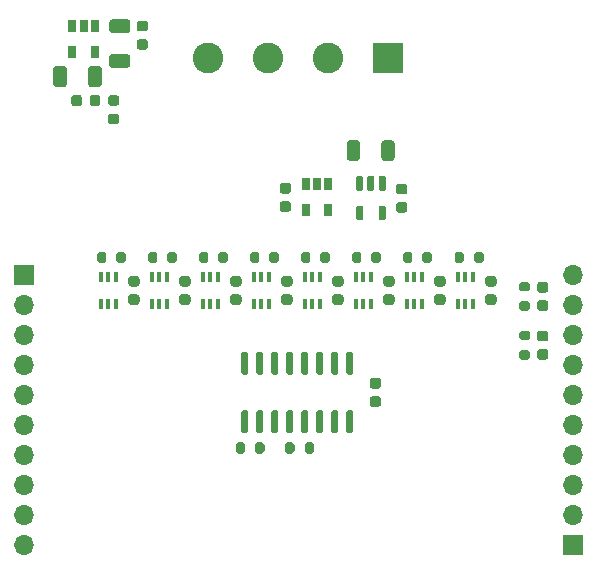
<source format=gbr>
%TF.GenerationSoftware,KiCad,Pcbnew,(5.1.10)-1*%
%TF.CreationDate,2022-10-09T17:25:27-05:00*%
%TF.ProjectId,curve_tracer,63757276-655f-4747-9261-6365722e6b69,A*%
%TF.SameCoordinates,Original*%
%TF.FileFunction,Soldermask,Top*%
%TF.FilePolarity,Negative*%
%FSLAX46Y46*%
G04 Gerber Fmt 4.6, Leading zero omitted, Abs format (unit mm)*
G04 Created by KiCad (PCBNEW (5.1.10)-1) date 2022-10-09 17:25:27*
%MOMM*%
%LPD*%
G01*
G04 APERTURE LIST*
%ADD10R,0.650000X1.060000*%
%ADD11R,0.355600X0.876300*%
%ADD12R,2.600000X2.600000*%
%ADD13C,2.600000*%
%ADD14R,1.700000X1.700000*%
%ADD15O,1.700000X1.700000*%
G04 APERTURE END LIST*
D10*
%TO.C,U4*%
X132255300Y-87977800D03*
X131305300Y-87977800D03*
X130355300Y-87977800D03*
X130355300Y-90177800D03*
X132255300Y-90177800D03*
%TD*%
%TO.C,FB1*%
G36*
G01*
X134114250Y-96284500D02*
X133601750Y-96284500D01*
G75*
G02*
X133383000Y-96065750I0J218750D01*
G01*
X133383000Y-95628250D01*
G75*
G02*
X133601750Y-95409500I218750J0D01*
G01*
X134114250Y-95409500D01*
G75*
G02*
X134333000Y-95628250I0J-218750D01*
G01*
X134333000Y-96065750D01*
G75*
G02*
X134114250Y-96284500I-218750J0D01*
G01*
G37*
G36*
G01*
X134114250Y-94709500D02*
X133601750Y-94709500D01*
G75*
G02*
X133383000Y-94490750I0J218750D01*
G01*
X133383000Y-94053250D01*
G75*
G02*
X133601750Y-93834500I218750J0D01*
G01*
X134114250Y-93834500D01*
G75*
G02*
X134333000Y-94053250I0J-218750D01*
G01*
X134333000Y-94490750D01*
G75*
G02*
X134114250Y-94709500I-218750J0D01*
G01*
G37*
%TD*%
%TO.C,C4*%
G36*
G01*
X132847300Y-91602799D02*
X132847300Y-92902801D01*
G75*
G02*
X132597301Y-93152800I-249999J0D01*
G01*
X131947299Y-93152800D01*
G75*
G02*
X131697300Y-92902801I0J249999D01*
G01*
X131697300Y-91602799D01*
G75*
G02*
X131947299Y-91352800I249999J0D01*
G01*
X132597301Y-91352800D01*
G75*
G02*
X132847300Y-91602799I0J-249999D01*
G01*
G37*
G36*
G01*
X129897300Y-91602799D02*
X129897300Y-92902801D01*
G75*
G02*
X129647301Y-93152800I-249999J0D01*
G01*
X128997299Y-93152800D01*
G75*
G02*
X128747300Y-92902801I0J249999D01*
G01*
X128747300Y-91602799D01*
G75*
G02*
X128997299Y-91352800I249999J0D01*
G01*
X129647301Y-91352800D01*
G75*
G02*
X129897300Y-91602799I0J-249999D01*
G01*
G37*
%TD*%
%TO.C,C3*%
G36*
G01*
X132720800Y-94034800D02*
X132720800Y-94534800D01*
G75*
G02*
X132495800Y-94759800I-225000J0D01*
G01*
X132045800Y-94759800D01*
G75*
G02*
X131820800Y-94534800I0J225000D01*
G01*
X131820800Y-94034800D01*
G75*
G02*
X132045800Y-93809800I225000J0D01*
G01*
X132495800Y-93809800D01*
G75*
G02*
X132720800Y-94034800I0J-225000D01*
G01*
G37*
G36*
G01*
X131170800Y-94034800D02*
X131170800Y-94534800D01*
G75*
G02*
X130945800Y-94759800I-225000J0D01*
G01*
X130495800Y-94759800D01*
G75*
G02*
X130270800Y-94534800I0J225000D01*
G01*
X130270800Y-94034800D01*
G75*
G02*
X130495800Y-93809800I225000J0D01*
G01*
X130945800Y-93809800D01*
G75*
G02*
X131170800Y-94034800I0J-225000D01*
G01*
G37*
%TD*%
%TO.C,C2*%
G36*
G01*
X136033700Y-87535300D02*
X136533700Y-87535300D01*
G75*
G02*
X136758700Y-87760300I0J-225000D01*
G01*
X136758700Y-88210300D01*
G75*
G02*
X136533700Y-88435300I-225000J0D01*
G01*
X136033700Y-88435300D01*
G75*
G02*
X135808700Y-88210300I0J225000D01*
G01*
X135808700Y-87760300D01*
G75*
G02*
X136033700Y-87535300I225000J0D01*
G01*
G37*
G36*
G01*
X136033700Y-89085300D02*
X136533700Y-89085300D01*
G75*
G02*
X136758700Y-89310300I0J-225000D01*
G01*
X136758700Y-89760300D01*
G75*
G02*
X136533700Y-89985300I-225000J0D01*
G01*
X136033700Y-89985300D01*
G75*
G02*
X135808700Y-89760300I0J225000D01*
G01*
X135808700Y-89310300D01*
G75*
G02*
X136033700Y-89085300I225000J0D01*
G01*
G37*
%TD*%
%TO.C,C1*%
G36*
G01*
X133728699Y-87408800D02*
X135028701Y-87408800D01*
G75*
G02*
X135278700Y-87658799I0J-249999D01*
G01*
X135278700Y-88308801D01*
G75*
G02*
X135028701Y-88558800I-249999J0D01*
G01*
X133728699Y-88558800D01*
G75*
G02*
X133478700Y-88308801I0J249999D01*
G01*
X133478700Y-87658799D01*
G75*
G02*
X133728699Y-87408800I249999J0D01*
G01*
G37*
G36*
G01*
X133728699Y-90358800D02*
X135028701Y-90358800D01*
G75*
G02*
X135278700Y-90608799I0J-249999D01*
G01*
X135278700Y-91258801D01*
G75*
G02*
X135028701Y-91508800I-249999J0D01*
G01*
X133728699Y-91508800D01*
G75*
G02*
X133478700Y-91258801I0J249999D01*
G01*
X133478700Y-90608799D01*
G75*
G02*
X133728699Y-90358800I249999J0D01*
G01*
G37*
%TD*%
%TO.C,R20*%
G36*
G01*
X168381000Y-111296000D02*
X168931000Y-111296000D01*
G75*
G02*
X169131000Y-111496000I0J-200000D01*
G01*
X169131000Y-111896000D01*
G75*
G02*
X168931000Y-112096000I-200000J0D01*
G01*
X168381000Y-112096000D01*
G75*
G02*
X168181000Y-111896000I0J200000D01*
G01*
X168181000Y-111496000D01*
G75*
G02*
X168381000Y-111296000I200000J0D01*
G01*
G37*
G36*
G01*
X168381000Y-109646000D02*
X168931000Y-109646000D01*
G75*
G02*
X169131000Y-109846000I0J-200000D01*
G01*
X169131000Y-110246000D01*
G75*
G02*
X168931000Y-110446000I-200000J0D01*
G01*
X168381000Y-110446000D01*
G75*
G02*
X168181000Y-110246000I0J200000D01*
G01*
X168181000Y-109846000D01*
G75*
G02*
X168381000Y-109646000I200000J0D01*
G01*
G37*
%TD*%
%TO.C,R19*%
G36*
G01*
X168931000Y-114573500D02*
X168381000Y-114573500D01*
G75*
G02*
X168181000Y-114373500I0J200000D01*
G01*
X168181000Y-113973500D01*
G75*
G02*
X168381000Y-113773500I200000J0D01*
G01*
X168931000Y-113773500D01*
G75*
G02*
X169131000Y-113973500I0J-200000D01*
G01*
X169131000Y-114373500D01*
G75*
G02*
X168931000Y-114573500I-200000J0D01*
G01*
G37*
G36*
G01*
X168931000Y-116223500D02*
X168381000Y-116223500D01*
G75*
G02*
X168181000Y-116023500I0J200000D01*
G01*
X168181000Y-115623500D01*
G75*
G02*
X168381000Y-115423500I200000J0D01*
G01*
X168931000Y-115423500D01*
G75*
G02*
X169131000Y-115623500I0J-200000D01*
G01*
X169131000Y-116023500D01*
G75*
G02*
X168931000Y-116223500I-200000J0D01*
G01*
G37*
%TD*%
%TO.C,C18*%
G36*
G01*
X170430000Y-110546000D02*
X169930000Y-110546000D01*
G75*
G02*
X169705000Y-110321000I0J225000D01*
G01*
X169705000Y-109871000D01*
G75*
G02*
X169930000Y-109646000I225000J0D01*
G01*
X170430000Y-109646000D01*
G75*
G02*
X170655000Y-109871000I0J-225000D01*
G01*
X170655000Y-110321000D01*
G75*
G02*
X170430000Y-110546000I-225000J0D01*
G01*
G37*
G36*
G01*
X170430000Y-112096000D02*
X169930000Y-112096000D01*
G75*
G02*
X169705000Y-111871000I0J225000D01*
G01*
X169705000Y-111421000D01*
G75*
G02*
X169930000Y-111196000I225000J0D01*
G01*
X170430000Y-111196000D01*
G75*
G02*
X170655000Y-111421000I0J-225000D01*
G01*
X170655000Y-111871000D01*
G75*
G02*
X170430000Y-112096000I-225000J0D01*
G01*
G37*
%TD*%
%TO.C,C17*%
G36*
G01*
X169930000Y-115323500D02*
X170430000Y-115323500D01*
G75*
G02*
X170655000Y-115548500I0J-225000D01*
G01*
X170655000Y-115998500D01*
G75*
G02*
X170430000Y-116223500I-225000J0D01*
G01*
X169930000Y-116223500D01*
G75*
G02*
X169705000Y-115998500I0J225000D01*
G01*
X169705000Y-115548500D01*
G75*
G02*
X169930000Y-115323500I225000J0D01*
G01*
G37*
G36*
G01*
X169930000Y-113773500D02*
X170430000Y-113773500D01*
G75*
G02*
X170655000Y-113998500I0J-225000D01*
G01*
X170655000Y-114448500D01*
G75*
G02*
X170430000Y-114673500I-225000J0D01*
G01*
X169930000Y-114673500D01*
G75*
G02*
X169705000Y-114448500I0J225000D01*
G01*
X169705000Y-113998500D01*
G75*
G02*
X169930000Y-113773500I225000J0D01*
G01*
G37*
%TD*%
D11*
%TO.C,U13*%
X134063499Y-109251750D03*
X133413500Y-109251750D03*
X132763501Y-109251750D03*
X132763501Y-111474250D03*
X133413500Y-111474250D03*
X134063499Y-111474250D03*
%TD*%
%TO.C,U12*%
X138381499Y-109251750D03*
X137731500Y-109251750D03*
X137081501Y-109251750D03*
X137081501Y-111474250D03*
X137731500Y-111474250D03*
X138381499Y-111474250D03*
%TD*%
%TO.C,U11*%
X142699499Y-109251750D03*
X142049500Y-109251750D03*
X141399501Y-109251750D03*
X141399501Y-111474250D03*
X142049500Y-111474250D03*
X142699499Y-111474250D03*
%TD*%
%TO.C,U10*%
X147017499Y-109251750D03*
X146367500Y-109251750D03*
X145717501Y-109251750D03*
X145717501Y-111474250D03*
X146367500Y-111474250D03*
X147017499Y-111474250D03*
%TD*%
%TO.C,U9*%
X151335499Y-109251750D03*
X150685500Y-109251750D03*
X150035501Y-109251750D03*
X150035501Y-111474250D03*
X150685500Y-111474250D03*
X151335499Y-111474250D03*
%TD*%
%TO.C,U8*%
X155653499Y-109251750D03*
X155003500Y-109251750D03*
X154353501Y-109251750D03*
X154353501Y-111474250D03*
X155003500Y-111474250D03*
X155653499Y-111474250D03*
%TD*%
%TO.C,U7*%
X159971499Y-109251750D03*
X159321500Y-109251750D03*
X158671501Y-109251750D03*
X158671501Y-111474250D03*
X159321500Y-111474250D03*
X159971499Y-111474250D03*
%TD*%
%TO.C,U6*%
X164289499Y-109251750D03*
X163639500Y-109251750D03*
X162989501Y-109251750D03*
X162989501Y-111474250D03*
X163639500Y-111474250D03*
X164289499Y-111474250D03*
%TD*%
D12*
%TO.C,J1*%
X157099000Y-90678000D03*
D13*
X152019000Y-90678000D03*
X146939000Y-90678000D03*
X141859000Y-90678000D03*
%TD*%
%TO.C,U5*%
G36*
G01*
X153710500Y-120499000D02*
X154010500Y-120499000D01*
G75*
G02*
X154160500Y-120649000I0J-150000D01*
G01*
X154160500Y-122299000D01*
G75*
G02*
X154010500Y-122449000I-150000J0D01*
G01*
X153710500Y-122449000D01*
G75*
G02*
X153560500Y-122299000I0J150000D01*
G01*
X153560500Y-120649000D01*
G75*
G02*
X153710500Y-120499000I150000J0D01*
G01*
G37*
G36*
G01*
X152440500Y-120499000D02*
X152740500Y-120499000D01*
G75*
G02*
X152890500Y-120649000I0J-150000D01*
G01*
X152890500Y-122299000D01*
G75*
G02*
X152740500Y-122449000I-150000J0D01*
G01*
X152440500Y-122449000D01*
G75*
G02*
X152290500Y-122299000I0J150000D01*
G01*
X152290500Y-120649000D01*
G75*
G02*
X152440500Y-120499000I150000J0D01*
G01*
G37*
G36*
G01*
X151170500Y-120499000D02*
X151470500Y-120499000D01*
G75*
G02*
X151620500Y-120649000I0J-150000D01*
G01*
X151620500Y-122299000D01*
G75*
G02*
X151470500Y-122449000I-150000J0D01*
G01*
X151170500Y-122449000D01*
G75*
G02*
X151020500Y-122299000I0J150000D01*
G01*
X151020500Y-120649000D01*
G75*
G02*
X151170500Y-120499000I150000J0D01*
G01*
G37*
G36*
G01*
X149900500Y-120499000D02*
X150200500Y-120499000D01*
G75*
G02*
X150350500Y-120649000I0J-150000D01*
G01*
X150350500Y-122299000D01*
G75*
G02*
X150200500Y-122449000I-150000J0D01*
G01*
X149900500Y-122449000D01*
G75*
G02*
X149750500Y-122299000I0J150000D01*
G01*
X149750500Y-120649000D01*
G75*
G02*
X149900500Y-120499000I150000J0D01*
G01*
G37*
G36*
G01*
X148630500Y-120499000D02*
X148930500Y-120499000D01*
G75*
G02*
X149080500Y-120649000I0J-150000D01*
G01*
X149080500Y-122299000D01*
G75*
G02*
X148930500Y-122449000I-150000J0D01*
G01*
X148630500Y-122449000D01*
G75*
G02*
X148480500Y-122299000I0J150000D01*
G01*
X148480500Y-120649000D01*
G75*
G02*
X148630500Y-120499000I150000J0D01*
G01*
G37*
G36*
G01*
X147360500Y-120499000D02*
X147660500Y-120499000D01*
G75*
G02*
X147810500Y-120649000I0J-150000D01*
G01*
X147810500Y-122299000D01*
G75*
G02*
X147660500Y-122449000I-150000J0D01*
G01*
X147360500Y-122449000D01*
G75*
G02*
X147210500Y-122299000I0J150000D01*
G01*
X147210500Y-120649000D01*
G75*
G02*
X147360500Y-120499000I150000J0D01*
G01*
G37*
G36*
G01*
X146090500Y-120499000D02*
X146390500Y-120499000D01*
G75*
G02*
X146540500Y-120649000I0J-150000D01*
G01*
X146540500Y-122299000D01*
G75*
G02*
X146390500Y-122449000I-150000J0D01*
G01*
X146090500Y-122449000D01*
G75*
G02*
X145940500Y-122299000I0J150000D01*
G01*
X145940500Y-120649000D01*
G75*
G02*
X146090500Y-120499000I150000J0D01*
G01*
G37*
G36*
G01*
X144820500Y-120499000D02*
X145120500Y-120499000D01*
G75*
G02*
X145270500Y-120649000I0J-150000D01*
G01*
X145270500Y-122299000D01*
G75*
G02*
X145120500Y-122449000I-150000J0D01*
G01*
X144820500Y-122449000D01*
G75*
G02*
X144670500Y-122299000I0J150000D01*
G01*
X144670500Y-120649000D01*
G75*
G02*
X144820500Y-120499000I150000J0D01*
G01*
G37*
G36*
G01*
X144820500Y-115549000D02*
X145120500Y-115549000D01*
G75*
G02*
X145270500Y-115699000I0J-150000D01*
G01*
X145270500Y-117349000D01*
G75*
G02*
X145120500Y-117499000I-150000J0D01*
G01*
X144820500Y-117499000D01*
G75*
G02*
X144670500Y-117349000I0J150000D01*
G01*
X144670500Y-115699000D01*
G75*
G02*
X144820500Y-115549000I150000J0D01*
G01*
G37*
G36*
G01*
X146090500Y-115549000D02*
X146390500Y-115549000D01*
G75*
G02*
X146540500Y-115699000I0J-150000D01*
G01*
X146540500Y-117349000D01*
G75*
G02*
X146390500Y-117499000I-150000J0D01*
G01*
X146090500Y-117499000D01*
G75*
G02*
X145940500Y-117349000I0J150000D01*
G01*
X145940500Y-115699000D01*
G75*
G02*
X146090500Y-115549000I150000J0D01*
G01*
G37*
G36*
G01*
X147360500Y-115549000D02*
X147660500Y-115549000D01*
G75*
G02*
X147810500Y-115699000I0J-150000D01*
G01*
X147810500Y-117349000D01*
G75*
G02*
X147660500Y-117499000I-150000J0D01*
G01*
X147360500Y-117499000D01*
G75*
G02*
X147210500Y-117349000I0J150000D01*
G01*
X147210500Y-115699000D01*
G75*
G02*
X147360500Y-115549000I150000J0D01*
G01*
G37*
G36*
G01*
X148630500Y-115549000D02*
X148930500Y-115549000D01*
G75*
G02*
X149080500Y-115699000I0J-150000D01*
G01*
X149080500Y-117349000D01*
G75*
G02*
X148930500Y-117499000I-150000J0D01*
G01*
X148630500Y-117499000D01*
G75*
G02*
X148480500Y-117349000I0J150000D01*
G01*
X148480500Y-115699000D01*
G75*
G02*
X148630500Y-115549000I150000J0D01*
G01*
G37*
G36*
G01*
X149900500Y-115549000D02*
X150200500Y-115549000D01*
G75*
G02*
X150350500Y-115699000I0J-150000D01*
G01*
X150350500Y-117349000D01*
G75*
G02*
X150200500Y-117499000I-150000J0D01*
G01*
X149900500Y-117499000D01*
G75*
G02*
X149750500Y-117349000I0J150000D01*
G01*
X149750500Y-115699000D01*
G75*
G02*
X149900500Y-115549000I150000J0D01*
G01*
G37*
G36*
G01*
X151170500Y-115549000D02*
X151470500Y-115549000D01*
G75*
G02*
X151620500Y-115699000I0J-150000D01*
G01*
X151620500Y-117349000D01*
G75*
G02*
X151470500Y-117499000I-150000J0D01*
G01*
X151170500Y-117499000D01*
G75*
G02*
X151020500Y-117349000I0J150000D01*
G01*
X151020500Y-115699000D01*
G75*
G02*
X151170500Y-115549000I150000J0D01*
G01*
G37*
G36*
G01*
X152440500Y-115549000D02*
X152740500Y-115549000D01*
G75*
G02*
X152890500Y-115699000I0J-150000D01*
G01*
X152890500Y-117349000D01*
G75*
G02*
X152740500Y-117499000I-150000J0D01*
G01*
X152440500Y-117499000D01*
G75*
G02*
X152290500Y-117349000I0J150000D01*
G01*
X152290500Y-115699000D01*
G75*
G02*
X152440500Y-115549000I150000J0D01*
G01*
G37*
G36*
G01*
X153710500Y-115549000D02*
X154010500Y-115549000D01*
G75*
G02*
X154160500Y-115699000I0J-150000D01*
G01*
X154160500Y-117349000D01*
G75*
G02*
X154010500Y-117499000I-150000J0D01*
G01*
X153710500Y-117499000D01*
G75*
G02*
X153560500Y-117349000I0J150000D01*
G01*
X153560500Y-115699000D01*
G75*
G02*
X153710500Y-115549000I150000J0D01*
G01*
G37*
%TD*%
D10*
%TO.C,U2*%
X152018000Y-103541000D03*
X150118000Y-103541000D03*
X150118000Y-101341000D03*
X151068000Y-101341000D03*
X152018000Y-101341000D03*
%TD*%
%TO.C,U1*%
G36*
G01*
X156382000Y-103202500D02*
X156795000Y-103202500D01*
G75*
G02*
X156883500Y-103291000I0J-88500D01*
G01*
X156883500Y-104324000D01*
G75*
G02*
X156795000Y-104412500I-88500J0D01*
G01*
X156382000Y-104412500D01*
G75*
G02*
X156293500Y-104324000I0J88500D01*
G01*
X156293500Y-103291000D01*
G75*
G02*
X156382000Y-103202500I88500J0D01*
G01*
G37*
G36*
G01*
X154482000Y-103202500D02*
X154895000Y-103202500D01*
G75*
G02*
X154983500Y-103291000I0J-88500D01*
G01*
X154983500Y-104324000D01*
G75*
G02*
X154895000Y-104412500I-88500J0D01*
G01*
X154482000Y-104412500D01*
G75*
G02*
X154393500Y-104324000I0J88500D01*
G01*
X154393500Y-103291000D01*
G75*
G02*
X154482000Y-103202500I88500J0D01*
G01*
G37*
G36*
G01*
X154482000Y-100692500D02*
X154895000Y-100692500D01*
G75*
G02*
X154983500Y-100781000I0J-88500D01*
G01*
X154983500Y-101814000D01*
G75*
G02*
X154895000Y-101902500I-88500J0D01*
G01*
X154482000Y-101902500D01*
G75*
G02*
X154393500Y-101814000I0J88500D01*
G01*
X154393500Y-100781000D01*
G75*
G02*
X154482000Y-100692500I88500J0D01*
G01*
G37*
G36*
G01*
X155432000Y-100692500D02*
X155845000Y-100692500D01*
G75*
G02*
X155933500Y-100781000I0J-88500D01*
G01*
X155933500Y-101814000D01*
G75*
G02*
X155845000Y-101902500I-88500J0D01*
G01*
X155432000Y-101902500D01*
G75*
G02*
X155343500Y-101814000I0J88500D01*
G01*
X155343500Y-100781000D01*
G75*
G02*
X155432000Y-100692500I88500J0D01*
G01*
G37*
G36*
G01*
X156382000Y-100692500D02*
X156795000Y-100692500D01*
G75*
G02*
X156883500Y-100781000I0J-88500D01*
G01*
X156883500Y-101814000D01*
G75*
G02*
X156795000Y-101902500I-88500J0D01*
G01*
X156382000Y-101902500D01*
G75*
G02*
X156293500Y-101814000I0J88500D01*
G01*
X156293500Y-100781000D01*
G75*
G02*
X156382000Y-100692500I88500J0D01*
G01*
G37*
%TD*%
%TO.C,R18*%
G36*
G01*
X134092500Y-107844000D02*
X134092500Y-107294000D01*
G75*
G02*
X134292500Y-107094000I200000J0D01*
G01*
X134692500Y-107094000D01*
G75*
G02*
X134892500Y-107294000I0J-200000D01*
G01*
X134892500Y-107844000D01*
G75*
G02*
X134692500Y-108044000I-200000J0D01*
G01*
X134292500Y-108044000D01*
G75*
G02*
X134092500Y-107844000I0J200000D01*
G01*
G37*
G36*
G01*
X132442500Y-107844000D02*
X132442500Y-107294000D01*
G75*
G02*
X132642500Y-107094000I200000J0D01*
G01*
X133042500Y-107094000D01*
G75*
G02*
X133242500Y-107294000I0J-200000D01*
G01*
X133242500Y-107844000D01*
G75*
G02*
X133042500Y-108044000I-200000J0D01*
G01*
X132642500Y-108044000D01*
G75*
G02*
X132442500Y-107844000I0J200000D01*
G01*
G37*
%TD*%
%TO.C,R17*%
G36*
G01*
X138410500Y-107844000D02*
X138410500Y-107294000D01*
G75*
G02*
X138610500Y-107094000I200000J0D01*
G01*
X139010500Y-107094000D01*
G75*
G02*
X139210500Y-107294000I0J-200000D01*
G01*
X139210500Y-107844000D01*
G75*
G02*
X139010500Y-108044000I-200000J0D01*
G01*
X138610500Y-108044000D01*
G75*
G02*
X138410500Y-107844000I0J200000D01*
G01*
G37*
G36*
G01*
X136760500Y-107844000D02*
X136760500Y-107294000D01*
G75*
G02*
X136960500Y-107094000I200000J0D01*
G01*
X137360500Y-107094000D01*
G75*
G02*
X137560500Y-107294000I0J-200000D01*
G01*
X137560500Y-107844000D01*
G75*
G02*
X137360500Y-108044000I-200000J0D01*
G01*
X136960500Y-108044000D01*
G75*
G02*
X136760500Y-107844000I0J200000D01*
G01*
G37*
%TD*%
%TO.C,R16*%
G36*
G01*
X142728500Y-107844000D02*
X142728500Y-107294000D01*
G75*
G02*
X142928500Y-107094000I200000J0D01*
G01*
X143328500Y-107094000D01*
G75*
G02*
X143528500Y-107294000I0J-200000D01*
G01*
X143528500Y-107844000D01*
G75*
G02*
X143328500Y-108044000I-200000J0D01*
G01*
X142928500Y-108044000D01*
G75*
G02*
X142728500Y-107844000I0J200000D01*
G01*
G37*
G36*
G01*
X141078500Y-107844000D02*
X141078500Y-107294000D01*
G75*
G02*
X141278500Y-107094000I200000J0D01*
G01*
X141678500Y-107094000D01*
G75*
G02*
X141878500Y-107294000I0J-200000D01*
G01*
X141878500Y-107844000D01*
G75*
G02*
X141678500Y-108044000I-200000J0D01*
G01*
X141278500Y-108044000D01*
G75*
G02*
X141078500Y-107844000I0J200000D01*
G01*
G37*
%TD*%
%TO.C,R15*%
G36*
G01*
X147046500Y-107844000D02*
X147046500Y-107294000D01*
G75*
G02*
X147246500Y-107094000I200000J0D01*
G01*
X147646500Y-107094000D01*
G75*
G02*
X147846500Y-107294000I0J-200000D01*
G01*
X147846500Y-107844000D01*
G75*
G02*
X147646500Y-108044000I-200000J0D01*
G01*
X147246500Y-108044000D01*
G75*
G02*
X147046500Y-107844000I0J200000D01*
G01*
G37*
G36*
G01*
X145396500Y-107844000D02*
X145396500Y-107294000D01*
G75*
G02*
X145596500Y-107094000I200000J0D01*
G01*
X145996500Y-107094000D01*
G75*
G02*
X146196500Y-107294000I0J-200000D01*
G01*
X146196500Y-107844000D01*
G75*
G02*
X145996500Y-108044000I-200000J0D01*
G01*
X145596500Y-108044000D01*
G75*
G02*
X145396500Y-107844000I0J200000D01*
G01*
G37*
%TD*%
%TO.C,R14*%
G36*
G01*
X151364500Y-107844000D02*
X151364500Y-107294000D01*
G75*
G02*
X151564500Y-107094000I200000J0D01*
G01*
X151964500Y-107094000D01*
G75*
G02*
X152164500Y-107294000I0J-200000D01*
G01*
X152164500Y-107844000D01*
G75*
G02*
X151964500Y-108044000I-200000J0D01*
G01*
X151564500Y-108044000D01*
G75*
G02*
X151364500Y-107844000I0J200000D01*
G01*
G37*
G36*
G01*
X149714500Y-107844000D02*
X149714500Y-107294000D01*
G75*
G02*
X149914500Y-107094000I200000J0D01*
G01*
X150314500Y-107094000D01*
G75*
G02*
X150514500Y-107294000I0J-200000D01*
G01*
X150514500Y-107844000D01*
G75*
G02*
X150314500Y-108044000I-200000J0D01*
G01*
X149914500Y-108044000D01*
G75*
G02*
X149714500Y-107844000I0J200000D01*
G01*
G37*
%TD*%
%TO.C,R13*%
G36*
G01*
X155682500Y-107844000D02*
X155682500Y-107294000D01*
G75*
G02*
X155882500Y-107094000I200000J0D01*
G01*
X156282500Y-107094000D01*
G75*
G02*
X156482500Y-107294000I0J-200000D01*
G01*
X156482500Y-107844000D01*
G75*
G02*
X156282500Y-108044000I-200000J0D01*
G01*
X155882500Y-108044000D01*
G75*
G02*
X155682500Y-107844000I0J200000D01*
G01*
G37*
G36*
G01*
X154032500Y-107844000D02*
X154032500Y-107294000D01*
G75*
G02*
X154232500Y-107094000I200000J0D01*
G01*
X154632500Y-107094000D01*
G75*
G02*
X154832500Y-107294000I0J-200000D01*
G01*
X154832500Y-107844000D01*
G75*
G02*
X154632500Y-108044000I-200000J0D01*
G01*
X154232500Y-108044000D01*
G75*
G02*
X154032500Y-107844000I0J200000D01*
G01*
G37*
%TD*%
%TO.C,R12*%
G36*
G01*
X160000500Y-107844000D02*
X160000500Y-107294000D01*
G75*
G02*
X160200500Y-107094000I200000J0D01*
G01*
X160600500Y-107094000D01*
G75*
G02*
X160800500Y-107294000I0J-200000D01*
G01*
X160800500Y-107844000D01*
G75*
G02*
X160600500Y-108044000I-200000J0D01*
G01*
X160200500Y-108044000D01*
G75*
G02*
X160000500Y-107844000I0J200000D01*
G01*
G37*
G36*
G01*
X158350500Y-107844000D02*
X158350500Y-107294000D01*
G75*
G02*
X158550500Y-107094000I200000J0D01*
G01*
X158950500Y-107094000D01*
G75*
G02*
X159150500Y-107294000I0J-200000D01*
G01*
X159150500Y-107844000D01*
G75*
G02*
X158950500Y-108044000I-200000J0D01*
G01*
X158550500Y-108044000D01*
G75*
G02*
X158350500Y-107844000I0J200000D01*
G01*
G37*
%TD*%
%TO.C,R11*%
G36*
G01*
X164381500Y-107844000D02*
X164381500Y-107294000D01*
G75*
G02*
X164581500Y-107094000I200000J0D01*
G01*
X164981500Y-107094000D01*
G75*
G02*
X165181500Y-107294000I0J-200000D01*
G01*
X165181500Y-107844000D01*
G75*
G02*
X164981500Y-108044000I-200000J0D01*
G01*
X164581500Y-108044000D01*
G75*
G02*
X164381500Y-107844000I0J200000D01*
G01*
G37*
G36*
G01*
X162731500Y-107844000D02*
X162731500Y-107294000D01*
G75*
G02*
X162931500Y-107094000I200000J0D01*
G01*
X163331500Y-107094000D01*
G75*
G02*
X163531500Y-107294000I0J-200000D01*
G01*
X163531500Y-107844000D01*
G75*
G02*
X163331500Y-108044000I-200000J0D01*
G01*
X162931500Y-108044000D01*
G75*
G02*
X162731500Y-107844000I0J200000D01*
G01*
G37*
%TD*%
%TO.C,R5*%
G36*
G01*
X144990000Y-123423000D02*
X144990000Y-123973000D01*
G75*
G02*
X144790000Y-124173000I-200000J0D01*
G01*
X144390000Y-124173000D01*
G75*
G02*
X144190000Y-123973000I0J200000D01*
G01*
X144190000Y-123423000D01*
G75*
G02*
X144390000Y-123223000I200000J0D01*
G01*
X144790000Y-123223000D01*
G75*
G02*
X144990000Y-123423000I0J-200000D01*
G01*
G37*
G36*
G01*
X146640000Y-123423000D02*
X146640000Y-123973000D01*
G75*
G02*
X146440000Y-124173000I-200000J0D01*
G01*
X146040000Y-124173000D01*
G75*
G02*
X145840000Y-123973000I0J200000D01*
G01*
X145840000Y-123423000D01*
G75*
G02*
X146040000Y-123223000I200000J0D01*
G01*
X146440000Y-123223000D01*
G75*
G02*
X146640000Y-123423000I0J-200000D01*
G01*
G37*
%TD*%
%TO.C,R3*%
G36*
G01*
X150031000Y-123973000D02*
X150031000Y-123423000D01*
G75*
G02*
X150231000Y-123223000I200000J0D01*
G01*
X150631000Y-123223000D01*
G75*
G02*
X150831000Y-123423000I0J-200000D01*
G01*
X150831000Y-123973000D01*
G75*
G02*
X150631000Y-124173000I-200000J0D01*
G01*
X150231000Y-124173000D01*
G75*
G02*
X150031000Y-123973000I0J200000D01*
G01*
G37*
G36*
G01*
X148381000Y-123973000D02*
X148381000Y-123423000D01*
G75*
G02*
X148581000Y-123223000I200000J0D01*
G01*
X148981000Y-123223000D01*
G75*
G02*
X149181000Y-123423000I0J-200000D01*
G01*
X149181000Y-123973000D01*
G75*
G02*
X148981000Y-124173000I-200000J0D01*
G01*
X148581000Y-124173000D01*
G75*
G02*
X148381000Y-123973000I0J200000D01*
G01*
G37*
%TD*%
%TO.C,R1*%
G36*
G01*
X156524000Y-99148003D02*
X156524000Y-97897997D01*
G75*
G02*
X156773997Y-97648000I249997J0D01*
G01*
X157399003Y-97648000D01*
G75*
G02*
X157649000Y-97897997I0J-249997D01*
G01*
X157649000Y-99148003D01*
G75*
G02*
X157399003Y-99398000I-249997J0D01*
G01*
X156773997Y-99398000D01*
G75*
G02*
X156524000Y-99148003I0J249997D01*
G01*
G37*
G36*
G01*
X153599000Y-99148003D02*
X153599000Y-97897997D01*
G75*
G02*
X153848997Y-97648000I249997J0D01*
G01*
X154474003Y-97648000D01*
G75*
G02*
X154724000Y-97897997I0J-249997D01*
G01*
X154724000Y-99148003D01*
G75*
G02*
X154474003Y-99398000I-249997J0D01*
G01*
X153848997Y-99398000D01*
G75*
G02*
X153599000Y-99148003I0J249997D01*
G01*
G37*
%TD*%
D14*
%TO.C,J3*%
X172790000Y-131947500D03*
D15*
X172790000Y-129407500D03*
X172790000Y-126867500D03*
X172790000Y-124327500D03*
X172790000Y-121787500D03*
X172790000Y-119247500D03*
X172790000Y-116707500D03*
X172790000Y-114167500D03*
X172790000Y-111627500D03*
X172790000Y-109087500D03*
%TD*%
D14*
%TO.C,J2*%
X126290000Y-109087500D03*
D15*
X126290000Y-111627500D03*
X126290000Y-114167500D03*
X126290000Y-116707500D03*
X126290000Y-119247500D03*
X126290000Y-121787500D03*
X126290000Y-124327500D03*
X126290000Y-126867500D03*
X126290000Y-129407500D03*
X126290000Y-131947500D03*
%TD*%
%TO.C,C16*%
G36*
G01*
X158492000Y-102227500D02*
X157992000Y-102227500D01*
G75*
G02*
X157767000Y-102002500I0J225000D01*
G01*
X157767000Y-101552500D01*
G75*
G02*
X157992000Y-101327500I225000J0D01*
G01*
X158492000Y-101327500D01*
G75*
G02*
X158717000Y-101552500I0J-225000D01*
G01*
X158717000Y-102002500D01*
G75*
G02*
X158492000Y-102227500I-225000J0D01*
G01*
G37*
G36*
G01*
X158492000Y-103777500D02*
X157992000Y-103777500D01*
G75*
G02*
X157767000Y-103552500I0J225000D01*
G01*
X157767000Y-103102500D01*
G75*
G02*
X157992000Y-102877500I225000J0D01*
G01*
X158492000Y-102877500D01*
G75*
G02*
X158717000Y-103102500I0J-225000D01*
G01*
X158717000Y-103552500D01*
G75*
G02*
X158492000Y-103777500I-225000J0D01*
G01*
G37*
%TD*%
%TO.C,C15*%
G36*
G01*
X148149500Y-102814000D02*
X148649500Y-102814000D01*
G75*
G02*
X148874500Y-103039000I0J-225000D01*
G01*
X148874500Y-103489000D01*
G75*
G02*
X148649500Y-103714000I-225000J0D01*
G01*
X148149500Y-103714000D01*
G75*
G02*
X147924500Y-103489000I0J225000D01*
G01*
X147924500Y-103039000D01*
G75*
G02*
X148149500Y-102814000I225000J0D01*
G01*
G37*
G36*
G01*
X148149500Y-101264000D02*
X148649500Y-101264000D01*
G75*
G02*
X148874500Y-101489000I0J-225000D01*
G01*
X148874500Y-101939000D01*
G75*
G02*
X148649500Y-102164000I-225000J0D01*
G01*
X148149500Y-102164000D01*
G75*
G02*
X147924500Y-101939000I0J225000D01*
G01*
X147924500Y-101489000D01*
G75*
G02*
X148149500Y-101264000I225000J0D01*
G01*
G37*
%TD*%
%TO.C,C14*%
G36*
G01*
X156269500Y-118674000D02*
X155769500Y-118674000D01*
G75*
G02*
X155544500Y-118449000I0J225000D01*
G01*
X155544500Y-117999000D01*
G75*
G02*
X155769500Y-117774000I225000J0D01*
G01*
X156269500Y-117774000D01*
G75*
G02*
X156494500Y-117999000I0J-225000D01*
G01*
X156494500Y-118449000D01*
G75*
G02*
X156269500Y-118674000I-225000J0D01*
G01*
G37*
G36*
G01*
X156269500Y-120224000D02*
X155769500Y-120224000D01*
G75*
G02*
X155544500Y-119999000I0J225000D01*
G01*
X155544500Y-119549000D01*
G75*
G02*
X155769500Y-119324000I225000J0D01*
G01*
X156269500Y-119324000D01*
G75*
G02*
X156494500Y-119549000I0J-225000D01*
G01*
X156494500Y-119999000D01*
G75*
G02*
X156269500Y-120224000I-225000J0D01*
G01*
G37*
%TD*%
%TO.C,C12*%
G36*
G01*
X140140500Y-110038000D02*
X139640500Y-110038000D01*
G75*
G02*
X139415500Y-109813000I0J225000D01*
G01*
X139415500Y-109363000D01*
G75*
G02*
X139640500Y-109138000I225000J0D01*
G01*
X140140500Y-109138000D01*
G75*
G02*
X140365500Y-109363000I0J-225000D01*
G01*
X140365500Y-109813000D01*
G75*
G02*
X140140500Y-110038000I-225000J0D01*
G01*
G37*
G36*
G01*
X140140500Y-111588000D02*
X139640500Y-111588000D01*
G75*
G02*
X139415500Y-111363000I0J225000D01*
G01*
X139415500Y-110913000D01*
G75*
G02*
X139640500Y-110688000I225000J0D01*
G01*
X140140500Y-110688000D01*
G75*
G02*
X140365500Y-110913000I0J-225000D01*
G01*
X140365500Y-111363000D01*
G75*
G02*
X140140500Y-111588000I-225000J0D01*
G01*
G37*
%TD*%
%TO.C,C11*%
G36*
G01*
X135822500Y-110038000D02*
X135322500Y-110038000D01*
G75*
G02*
X135097500Y-109813000I0J225000D01*
G01*
X135097500Y-109363000D01*
G75*
G02*
X135322500Y-109138000I225000J0D01*
G01*
X135822500Y-109138000D01*
G75*
G02*
X136047500Y-109363000I0J-225000D01*
G01*
X136047500Y-109813000D01*
G75*
G02*
X135822500Y-110038000I-225000J0D01*
G01*
G37*
G36*
G01*
X135822500Y-111588000D02*
X135322500Y-111588000D01*
G75*
G02*
X135097500Y-111363000I0J225000D01*
G01*
X135097500Y-110913000D01*
G75*
G02*
X135322500Y-110688000I225000J0D01*
G01*
X135822500Y-110688000D01*
G75*
G02*
X136047500Y-110913000I0J-225000D01*
G01*
X136047500Y-111363000D01*
G75*
G02*
X135822500Y-111588000I-225000J0D01*
G01*
G37*
%TD*%
%TO.C,C10*%
G36*
G01*
X153094500Y-110038000D02*
X152594500Y-110038000D01*
G75*
G02*
X152369500Y-109813000I0J225000D01*
G01*
X152369500Y-109363000D01*
G75*
G02*
X152594500Y-109138000I225000J0D01*
G01*
X153094500Y-109138000D01*
G75*
G02*
X153319500Y-109363000I0J-225000D01*
G01*
X153319500Y-109813000D01*
G75*
G02*
X153094500Y-110038000I-225000J0D01*
G01*
G37*
G36*
G01*
X153094500Y-111588000D02*
X152594500Y-111588000D01*
G75*
G02*
X152369500Y-111363000I0J225000D01*
G01*
X152369500Y-110913000D01*
G75*
G02*
X152594500Y-110688000I225000J0D01*
G01*
X153094500Y-110688000D01*
G75*
G02*
X153319500Y-110913000I0J-225000D01*
G01*
X153319500Y-111363000D01*
G75*
G02*
X153094500Y-111588000I-225000J0D01*
G01*
G37*
%TD*%
%TO.C,C9*%
G36*
G01*
X148776500Y-110038000D02*
X148276500Y-110038000D01*
G75*
G02*
X148051500Y-109813000I0J225000D01*
G01*
X148051500Y-109363000D01*
G75*
G02*
X148276500Y-109138000I225000J0D01*
G01*
X148776500Y-109138000D01*
G75*
G02*
X149001500Y-109363000I0J-225000D01*
G01*
X149001500Y-109813000D01*
G75*
G02*
X148776500Y-110038000I-225000J0D01*
G01*
G37*
G36*
G01*
X148776500Y-111588000D02*
X148276500Y-111588000D01*
G75*
G02*
X148051500Y-111363000I0J225000D01*
G01*
X148051500Y-110913000D01*
G75*
G02*
X148276500Y-110688000I225000J0D01*
G01*
X148776500Y-110688000D01*
G75*
G02*
X149001500Y-110913000I0J-225000D01*
G01*
X149001500Y-111363000D01*
G75*
G02*
X148776500Y-111588000I-225000J0D01*
G01*
G37*
%TD*%
%TO.C,C8*%
G36*
G01*
X157412500Y-110038000D02*
X156912500Y-110038000D01*
G75*
G02*
X156687500Y-109813000I0J225000D01*
G01*
X156687500Y-109363000D01*
G75*
G02*
X156912500Y-109138000I225000J0D01*
G01*
X157412500Y-109138000D01*
G75*
G02*
X157637500Y-109363000I0J-225000D01*
G01*
X157637500Y-109813000D01*
G75*
G02*
X157412500Y-110038000I-225000J0D01*
G01*
G37*
G36*
G01*
X157412500Y-111588000D02*
X156912500Y-111588000D01*
G75*
G02*
X156687500Y-111363000I0J225000D01*
G01*
X156687500Y-110913000D01*
G75*
G02*
X156912500Y-110688000I225000J0D01*
G01*
X157412500Y-110688000D01*
G75*
G02*
X157637500Y-110913000I0J-225000D01*
G01*
X157637500Y-111363000D01*
G75*
G02*
X157412500Y-111588000I-225000J0D01*
G01*
G37*
%TD*%
%TO.C,C7*%
G36*
G01*
X161730500Y-110038000D02*
X161230500Y-110038000D01*
G75*
G02*
X161005500Y-109813000I0J225000D01*
G01*
X161005500Y-109363000D01*
G75*
G02*
X161230500Y-109138000I225000J0D01*
G01*
X161730500Y-109138000D01*
G75*
G02*
X161955500Y-109363000I0J-225000D01*
G01*
X161955500Y-109813000D01*
G75*
G02*
X161730500Y-110038000I-225000J0D01*
G01*
G37*
G36*
G01*
X161730500Y-111588000D02*
X161230500Y-111588000D01*
G75*
G02*
X161005500Y-111363000I0J225000D01*
G01*
X161005500Y-110913000D01*
G75*
G02*
X161230500Y-110688000I225000J0D01*
G01*
X161730500Y-110688000D01*
G75*
G02*
X161955500Y-110913000I0J-225000D01*
G01*
X161955500Y-111363000D01*
G75*
G02*
X161730500Y-111588000I-225000J0D01*
G01*
G37*
%TD*%
%TO.C,C6*%
G36*
G01*
X166048500Y-110038000D02*
X165548500Y-110038000D01*
G75*
G02*
X165323500Y-109813000I0J225000D01*
G01*
X165323500Y-109363000D01*
G75*
G02*
X165548500Y-109138000I225000J0D01*
G01*
X166048500Y-109138000D01*
G75*
G02*
X166273500Y-109363000I0J-225000D01*
G01*
X166273500Y-109813000D01*
G75*
G02*
X166048500Y-110038000I-225000J0D01*
G01*
G37*
G36*
G01*
X166048500Y-111588000D02*
X165548500Y-111588000D01*
G75*
G02*
X165323500Y-111363000I0J225000D01*
G01*
X165323500Y-110913000D01*
G75*
G02*
X165548500Y-110688000I225000J0D01*
G01*
X166048500Y-110688000D01*
G75*
G02*
X166273500Y-110913000I0J-225000D01*
G01*
X166273500Y-111363000D01*
G75*
G02*
X166048500Y-111588000I-225000J0D01*
G01*
G37*
%TD*%
%TO.C,C5*%
G36*
G01*
X144458500Y-110038000D02*
X143958500Y-110038000D01*
G75*
G02*
X143733500Y-109813000I0J225000D01*
G01*
X143733500Y-109363000D01*
G75*
G02*
X143958500Y-109138000I225000J0D01*
G01*
X144458500Y-109138000D01*
G75*
G02*
X144683500Y-109363000I0J-225000D01*
G01*
X144683500Y-109813000D01*
G75*
G02*
X144458500Y-110038000I-225000J0D01*
G01*
G37*
G36*
G01*
X144458500Y-111588000D02*
X143958500Y-111588000D01*
G75*
G02*
X143733500Y-111363000I0J225000D01*
G01*
X143733500Y-110913000D01*
G75*
G02*
X143958500Y-110688000I225000J0D01*
G01*
X144458500Y-110688000D01*
G75*
G02*
X144683500Y-110913000I0J-225000D01*
G01*
X144683500Y-111363000D01*
G75*
G02*
X144458500Y-111588000I-225000J0D01*
G01*
G37*
%TD*%
M02*

</source>
